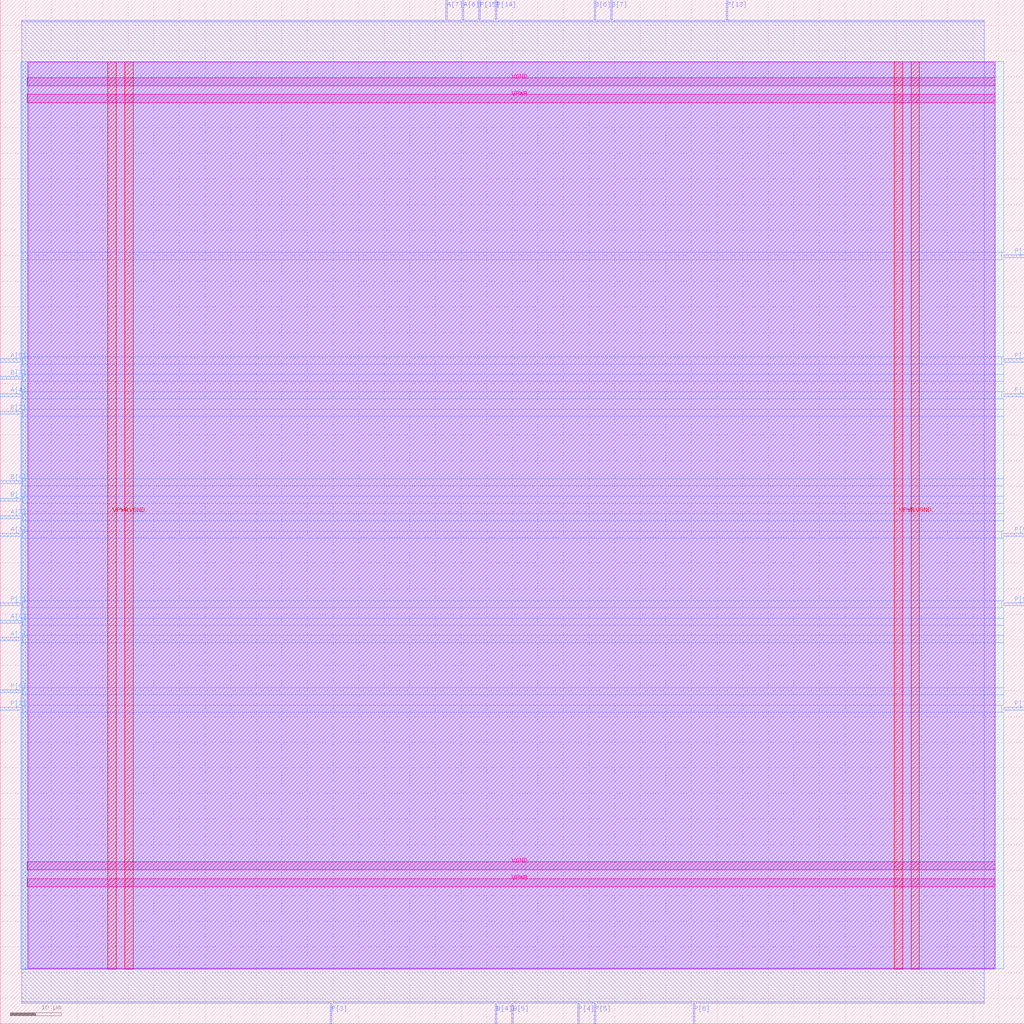
<source format=lef>
VERSION 5.7 ;
  NOWIREEXTENSIONATPIN ON ;
  DIVIDERCHAR "/" ;
  BUSBITCHARS "[]" ;
MACRO mult8_2bits_2op_e2496
  CLASS BLOCK ;
  FOREIGN mult8_2bits_2op_e2496 ;
  ORIGIN 0.000 0.000 ;
  SIZE 200.000 BY 200.000 ;
  PIN A[0]
    DIRECTION INPUT ;
    USE SIGNAL ;
    ANTENNAGATEAREA 0.247500 ;
    PORT
      LAYER met3 ;
        RECT 0.000 78.240 4.000 78.840 ;
    END
  END A[0]
  PIN A[1]
    DIRECTION INPUT ;
    USE SIGNAL ;
    ANTENNAGATEAREA 0.213000 ;
    PORT
      LAYER met3 ;
        RECT 0.000 74.840 4.000 75.440 ;
    END
  END A[1]
  PIN A[2]
    DIRECTION INPUT ;
    USE SIGNAL ;
    ANTENNAGATEAREA 0.196500 ;
    PORT
      LAYER met3 ;
        RECT 0.000 98.640 4.000 99.240 ;
    END
  END A[2]
  PIN A[3]
    DIRECTION INPUT ;
    USE SIGNAL ;
    ANTENNAGATEAREA 0.196500 ;
    PORT
      LAYER met3 ;
        RECT 0.000 95.240 4.000 95.840 ;
    END
  END A[3]
  PIN A[4]
    DIRECTION INPUT ;
    USE SIGNAL ;
    ANTENNAGATEAREA 0.196500 ;
    PORT
      LAYER met3 ;
        RECT 0.000 122.440 4.000 123.040 ;
    END
  END A[4]
  PIN A[5]
    DIRECTION INPUT ;
    USE SIGNAL ;
    ANTENNAGATEAREA 0.213000 ;
    PORT
      LAYER met3 ;
        RECT 0.000 129.240 4.000 129.840 ;
    END
  END A[5]
  PIN A[6]
    DIRECTION INPUT ;
    USE SIGNAL ;
    ANTENNAGATEAREA 0.196500 ;
    PORT
      LAYER met2 ;
        RECT 90.250 196.000 90.530 200.000 ;
    END
  END A[6]
  PIN A[7]
    DIRECTION INPUT ;
    USE SIGNAL ;
    ANTENNAGATEAREA 0.196500 ;
    PORT
      LAYER met2 ;
        RECT 87.030 196.000 87.310 200.000 ;
    END
  END A[7]
  PIN B[0]
    DIRECTION INPUT ;
    USE SIGNAL ;
    ANTENNAGATEAREA 0.126000 ;
    PORT
      LAYER met3 ;
        RECT 0.000 105.440 4.000 106.040 ;
    END
  END B[0]
  PIN B[1]
    DIRECTION INPUT ;
    USE SIGNAL ;
    ANTENNAGATEAREA 0.196500 ;
    PORT
      LAYER met3 ;
        RECT 0.000 102.040 4.000 102.640 ;
    END
  END B[1]
  PIN B[2]
    DIRECTION INPUT ;
    USE SIGNAL ;
    ANTENNAGATEAREA 0.247500 ;
    PORT
      LAYER met3 ;
        RECT 0.000 119.040 4.000 119.640 ;
    END
  END B[2]
  PIN B[3]
    DIRECTION INPUT ;
    USE SIGNAL ;
    ANTENNAGATEAREA 0.742500 ;
    PORT
      LAYER met3 ;
        RECT 0.000 125.840 4.000 126.440 ;
    END
  END B[3]
  PIN B[4]
    DIRECTION INPUT ;
    USE SIGNAL ;
    ANTENNAGATEAREA 0.126000 ;
    PORT
      LAYER met2 ;
        RECT 96.690 0.000 96.970 4.000 ;
    END
  END B[4]
  PIN B[5]
    DIRECTION INPUT ;
    USE SIGNAL ;
    ANTENNAGATEAREA 0.159000 ;
    PORT
      LAYER met2 ;
        RECT 99.910 0.000 100.190 4.000 ;
    END
  END B[5]
  PIN B[6]
    DIRECTION INPUT ;
    USE SIGNAL ;
    ANTENNAGATEAREA 0.213000 ;
    PORT
      LAYER met2 ;
        RECT 116.010 196.000 116.290 200.000 ;
    END
  END B[6]
  PIN B[7]
    DIRECTION INPUT ;
    USE SIGNAL ;
    ANTENNAGATEAREA 0.159000 ;
    PORT
      LAYER met2 ;
        RECT 119.230 196.000 119.510 200.000 ;
    END
  END B[7]
  PIN P[0]
    DIRECTION OUTPUT ;
    USE SIGNAL ;
    ANTENNADIFFAREA 0.445500 ;
    PORT
      LAYER met3 ;
        RECT 0.000 64.640 4.000 65.240 ;
    END
  END P[0]
  PIN P[10]
    DIRECTION OUTPUT ;
    USE SIGNAL ;
    ANTENNADIFFAREA 1.336500 ;
    PORT
      LAYER met3 ;
        RECT 196.000 122.440 200.000 123.040 ;
    END
  END P[10]
  PIN P[11]
    DIRECTION OUTPUT ;
    USE SIGNAL ;
    ANTENNADIFFAREA 1.336500 ;
    PORT
      LAYER met3 ;
        RECT 196.000 129.240 200.000 129.840 ;
    END
  END P[11]
  PIN P[12]
    DIRECTION OUTPUT ;
    USE SIGNAL ;
    ANTENNADIFFAREA 1.336500 ;
    PORT
      LAYER met3 ;
        RECT 196.000 149.640 200.000 150.240 ;
    END
  END P[12]
  PIN P[13]
    DIRECTION OUTPUT ;
    USE SIGNAL ;
    ANTENNADIFFAREA 1.782000 ;
    PORT
      LAYER met2 ;
        RECT 141.770 196.000 142.050 200.000 ;
    END
  END P[13]
  PIN P[14]
    DIRECTION OUTPUT ;
    USE SIGNAL ;
    ANTENNADIFFAREA 1.336500 ;
    PORT
      LAYER met2 ;
        RECT 96.690 196.000 96.970 200.000 ;
    END
  END P[14]
  PIN P[15]
    DIRECTION OUTPUT ;
    USE SIGNAL ;
    ANTENNADIFFAREA 1.336500 ;
    PORT
      LAYER met2 ;
        RECT 93.470 196.000 93.750 200.000 ;
    END
  END P[15]
  PIN P[1]
    DIRECTION OUTPUT ;
    USE SIGNAL ;
    ANTENNADIFFAREA 0.445500 ;
    PORT
      LAYER met3 ;
        RECT 0.000 81.640 4.000 82.240 ;
    END
  END P[1]
  PIN P[2]
    DIRECTION OUTPUT ;
    USE SIGNAL ;
    ANTENNADIFFAREA 0.445500 ;
    PORT
      LAYER met3 ;
        RECT 0.000 61.240 4.000 61.840 ;
    END
  END P[2]
  PIN P[3]
    DIRECTION OUTPUT ;
    USE SIGNAL ;
    ANTENNADIFFAREA 0.445500 ;
    PORT
      LAYER met2 ;
        RECT 64.490 0.000 64.770 4.000 ;
    END
  END P[3]
  PIN P[4]
    DIRECTION OUTPUT ;
    USE SIGNAL ;
    ANTENNADIFFAREA 0.445500 ;
    PORT
      LAYER met2 ;
        RECT 112.790 0.000 113.070 4.000 ;
    END
  END P[4]
  PIN P[5]
    DIRECTION OUTPUT ;
    USE SIGNAL ;
    ANTENNADIFFAREA 0.445500 ;
    PORT
      LAYER met2 ;
        RECT 116.010 0.000 116.290 4.000 ;
    END
  END P[5]
  PIN P[6]
    DIRECTION OUTPUT ;
    USE SIGNAL ;
    ANTENNADIFFAREA 0.891000 ;
    PORT
      LAYER met2 ;
        RECT 135.330 0.000 135.610 4.000 ;
    END
  END P[6]
  PIN P[7]
    DIRECTION OUTPUT ;
    USE SIGNAL ;
    ANTENNADIFFAREA 0.891000 ;
    PORT
      LAYER met3 ;
        RECT 196.000 61.240 200.000 61.840 ;
    END
  END P[7]
  PIN P[8]
    DIRECTION OUTPUT ;
    USE SIGNAL ;
    ANTENNADIFFAREA 1.336500 ;
    PORT
      LAYER met3 ;
        RECT 196.000 81.640 200.000 82.240 ;
    END
  END P[8]
  PIN P[9]
    DIRECTION OUTPUT ;
    USE SIGNAL ;
    ANTENNADIFFAREA 1.336500 ;
    PORT
      LAYER met3 ;
        RECT 196.000 95.240 200.000 95.840 ;
    END
  END P[9]
  PIN VGND
    DIRECTION INOUT ;
    USE GROUND ;
    PORT
      LAYER met4 ;
        RECT 24.340 10.640 25.940 187.920 ;
    END
    PORT
      LAYER met4 ;
        RECT 177.940 10.640 179.540 187.920 ;
    END
    PORT
      LAYER met5 ;
        RECT 5.280 30.030 194.360 31.630 ;
    END
    PORT
      LAYER met5 ;
        RECT 5.280 183.210 194.360 184.810 ;
    END
  END VGND
  PIN VPWR
    DIRECTION INOUT ;
    USE POWER ;
    PORT
      LAYER met4 ;
        RECT 21.040 10.640 22.640 187.920 ;
    END
    PORT
      LAYER met4 ;
        RECT 174.640 10.640 176.240 187.920 ;
    END
    PORT
      LAYER met5 ;
        RECT 5.280 26.730 194.360 28.330 ;
    END
    PORT
      LAYER met5 ;
        RECT 5.280 179.910 194.360 181.510 ;
    END
  END VPWR
  OBS
      LAYER nwell ;
        RECT 5.330 10.795 194.310 187.870 ;
      LAYER li1 ;
        RECT 5.520 10.795 194.120 187.765 ;
      LAYER met1 ;
        RECT 4.210 10.640 194.120 187.920 ;
      LAYER met2 ;
        RECT 4.230 195.720 86.750 196.000 ;
        RECT 87.590 195.720 89.970 196.000 ;
        RECT 90.810 195.720 93.190 196.000 ;
        RECT 94.030 195.720 96.410 196.000 ;
        RECT 97.250 195.720 115.730 196.000 ;
        RECT 116.570 195.720 118.950 196.000 ;
        RECT 119.790 195.720 141.490 196.000 ;
        RECT 142.330 195.720 192.190 196.000 ;
        RECT 4.230 4.280 192.190 195.720 ;
        RECT 4.230 4.000 64.210 4.280 ;
        RECT 65.050 4.000 96.410 4.280 ;
        RECT 97.250 4.000 99.630 4.280 ;
        RECT 100.470 4.000 112.510 4.280 ;
        RECT 113.350 4.000 115.730 4.280 ;
        RECT 116.570 4.000 135.050 4.280 ;
        RECT 135.890 4.000 192.190 4.280 ;
      LAYER met3 ;
        RECT 3.990 150.640 196.000 187.845 ;
        RECT 3.990 149.240 195.600 150.640 ;
        RECT 3.990 130.240 196.000 149.240 ;
        RECT 4.400 128.840 195.600 130.240 ;
        RECT 3.990 126.840 196.000 128.840 ;
        RECT 4.400 125.440 196.000 126.840 ;
        RECT 3.990 123.440 196.000 125.440 ;
        RECT 4.400 122.040 195.600 123.440 ;
        RECT 3.990 120.040 196.000 122.040 ;
        RECT 4.400 118.640 196.000 120.040 ;
        RECT 3.990 106.440 196.000 118.640 ;
        RECT 4.400 105.040 196.000 106.440 ;
        RECT 3.990 103.040 196.000 105.040 ;
        RECT 4.400 101.640 196.000 103.040 ;
        RECT 3.990 99.640 196.000 101.640 ;
        RECT 4.400 98.240 196.000 99.640 ;
        RECT 3.990 96.240 196.000 98.240 ;
        RECT 4.400 94.840 195.600 96.240 ;
        RECT 3.990 82.640 196.000 94.840 ;
        RECT 4.400 81.240 195.600 82.640 ;
        RECT 3.990 79.240 196.000 81.240 ;
        RECT 4.400 77.840 196.000 79.240 ;
        RECT 3.990 75.840 196.000 77.840 ;
        RECT 4.400 74.440 196.000 75.840 ;
        RECT 3.990 65.640 196.000 74.440 ;
        RECT 4.400 64.240 196.000 65.640 ;
        RECT 3.990 62.240 196.000 64.240 ;
        RECT 4.400 60.840 195.600 62.240 ;
        RECT 3.990 10.715 196.000 60.840 ;
  END
END mult8_2bits_2op_e2496
END LIBRARY


</source>
